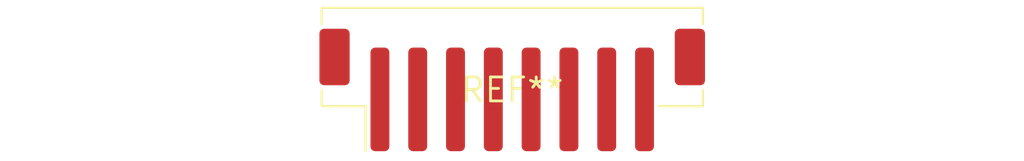
<source format=kicad_pcb>
(kicad_pcb (version 20240108) (generator pcbnew)
  (layers (0 "F.Cu" signal) (31 "B.Cu" signal) (34 "B.Paste" user) (35 "F.Paste" user) (36 "B.SilkS" user "B.Silkscreen") (37 "F.SilkS" user "F.Silkscreen") (38 "B.Mask" user) (39 "F.Mask" user) (44 "Edge.Cuts" user))
  (net 0 "")
  (footprint "JST_PH_B8B-PH-SM4-TB_1x08-1MP_P2.00mm_Vertical" (layer "F.Cu") (at 0 0)
    (property "Reference" "REF**")
    (property "Value" "JST_PH_B8B-PH-SM4-TB_1x08-1MP_P2.00mm_Vertical")
    (fp_line (start -10.085 -4.36) (end 10.085 -4.36) (layer "F.SilkS") (stroke (width 0.12)))
    (fp_line (start -10.085 -3.51) (end -10.085 -4.36) (layer "F.SilkS") (stroke (width 0.12)))
    (fp_line (start -10.085 0.01) (end -10.085 0.86) (layer "F.SilkS") (stroke (width 0.12)))
    (fp_line (start -10.085 0.86) (end -7.76 0.86) (layer "F.SilkS") (stroke (width 0.12)))
    (fp_line (start -7.76 0.86) (end -7.76 3.25) (layer "F.SilkS") (stroke (width 0.12)))
    (fp_line (start 10.085 -4.36) (end 10.085 -3.51) (layer "F.SilkS") (stroke (width 0.12)))
    (fp_line (start 10.085 0.01) (end 10.085 0.86) (layer "F.SilkS") (stroke (width 0.12)))
    (fp_line (start 10.085 0.86) (end 7.76 0.86) (layer "F.SilkS") (stroke (width 0.12)))
    (pad "1" smd roundrect (at -7 0.5) (size 1 5.5) (layers "F.Cu" "F.Paste" "F.Mask"))
    (pad "2" smd roundrect (at -5 0.5) (size 1 5.5) (layers "F.Cu" "F.Paste" "F.Mask"))
    (pad "3" smd roundrect (at -3 0.5) (size 1 5.5) (layers "F.Cu" "F.Paste" "F.Mask"))
    (pad "4" smd roundrect (at -1 0.5) (size 1 5.5) (layers "F.Cu" "F.Paste" "F.Mask"))
    (pad "5" smd roundrect (at 1 0.5) (size 1 5.5) (layers "F.Cu" "F.Paste" "F.Mask"))
    (pad "6" smd roundrect (at 3 0.5) (size 1 5.5) (layers "F.Cu" "F.Paste" "F.Mask"))
    (pad "7" smd roundrect (at 5 0.5) (size 1 5.5) (layers "F.Cu" "F.Paste" "F.Mask"))
    (pad "8" smd roundrect (at 7 0.5) (size 1 5.5) (layers "F.Cu" "F.Paste" "F.Mask"))
    (pad "MP" smd roundrect (at -9.4 -1.75) (size 1.6 3) (layers "F.Cu" "F.Paste" "F.Mask") (roundrect_rratio 0.15625))
    (pad "MP" smd roundrect (at 9.4 -1.75) (size 1.6 3) (layers "F.Cu" "F.Paste" "F.Mask") (roundrect_rratio 0.15625))
  )
)
</source>
